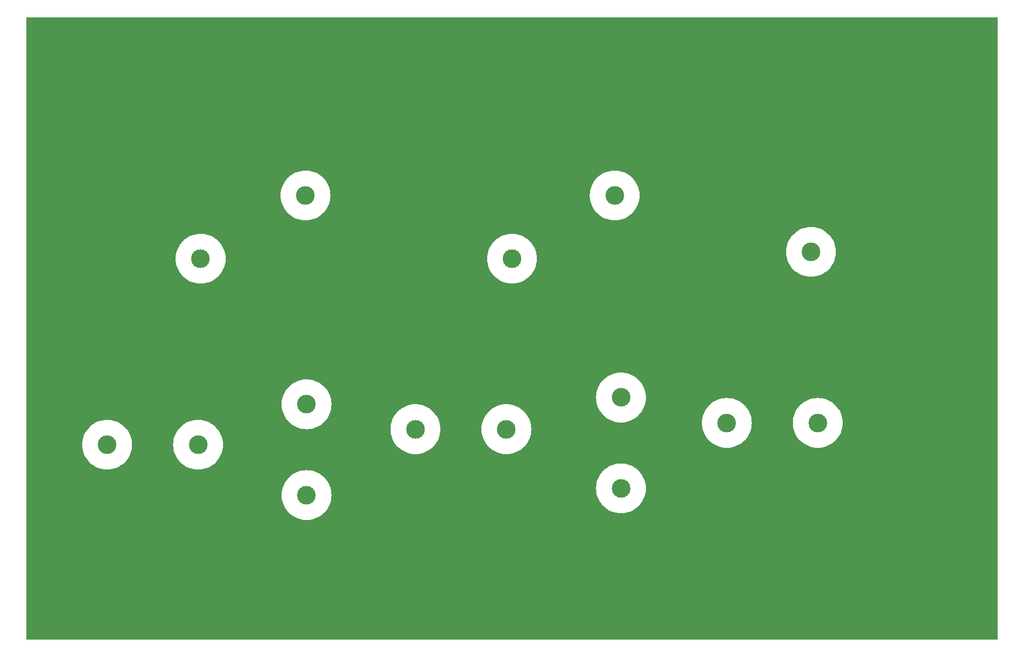
<source format=gbr>
%TF.GenerationSoftware,KiCad,Pcbnew,8.0.6-8.0.6-0~ubuntu24.04.1*%
%TF.CreationDate,2024-10-28T17:30:22+01:00*%
%TF.ProjectId,diplexer,6469706c-6578-4657-922e-6b696361645f,rev?*%
%TF.SameCoordinates,Original*%
%TF.FileFunction,Copper,L2,Bot*%
%TF.FilePolarity,Positive*%
%FSLAX46Y46*%
G04 Gerber Fmt 4.6, Leading zero omitted, Abs format (unit mm)*
G04 Created by KiCad (PCBNEW 8.0.6-8.0.6-0~ubuntu24.04.1) date 2024-10-28 17:30:22*
%MOMM*%
%LPD*%
G01*
G04 APERTURE LIST*
%TA.AperFunction,ComponentPad*%
%ADD10C,3.000000*%
%TD*%
%TA.AperFunction,ComponentPad*%
%ADD11C,5.600000*%
%TD*%
%TA.AperFunction,ViaPad*%
%ADD12C,0.600000*%
%TD*%
G04 APERTURE END LIST*
D10*
%TO.P,L10,1,1*%
%TO.N,Net-(J1-In)*%
X45487500Y-98000000D03*
%TO.P,L10,2,2*%
%TO.N,Net-(C16-Pad1)*%
X60087500Y-98000000D03*
%TD*%
D11*
%TO.P,J5,1,Pin_1*%
%TO.N,GND*%
X36500000Y-47500000D03*
%TD*%
D10*
%TO.P,L2,1,1*%
%TO.N,Net-(C12-Pad2)*%
X77340000Y-57940000D03*
%TO.P,L2,2,2*%
%TO.N,GND*%
X91940000Y-57940000D03*
%TD*%
%TO.P,L4,1,1*%
%TO.N,Net-(C14-Pad2)*%
X126987500Y-57940000D03*
%TO.P,L4,2,2*%
%TO.N,GND*%
X141587500Y-57940000D03*
%TD*%
%TO.P,L6,1,1*%
%TO.N,Net-(C19-Pad1)*%
X144987500Y-94500000D03*
%TO.P,L6,2,2*%
%TO.N,Net-(J3-In)*%
X159587500Y-94500000D03*
%TD*%
D11*
%TO.P,J7,1,Pin_1*%
%TO.N,GND*%
X185500000Y-47500000D03*
%TD*%
D10*
%TO.P,L7,1,1*%
%TO.N,Net-(C18-Pad1)*%
X128000000Y-105012500D03*
%TO.P,L7,2,2*%
%TO.N,Net-(C19-Pad1)*%
X128000000Y-90412500D03*
%TD*%
%TO.P,L9,1,1*%
%TO.N,Net-(C16-Pad1)*%
X77500000Y-106100000D03*
%TO.P,L9,2,2*%
%TO.N,Net-(C17-Pad1)*%
X77500000Y-91500000D03*
%TD*%
D11*
%TO.P,J11,1,Pin_1*%
%TO.N,GND*%
X185500000Y-79500000D03*
%TD*%
%TO.P,J10,1,Pin_1*%
%TO.N,GND*%
X134500000Y-79500000D03*
%TD*%
%TO.P,J8,1,Pin_1*%
%TO.N,GND*%
X50500000Y-79500000D03*
%TD*%
D10*
%TO.P,L8,1,1*%
%TO.N,Net-(C17-Pad1)*%
X94987500Y-95500000D03*
%TO.P,L8,2,2*%
%TO.N,Net-(C18-Pad1)*%
X109587500Y-95500000D03*
%TD*%
%TO.P,L1,1,1*%
%TO.N,Net-(C1-Pad2)*%
X60500000Y-68100000D03*
%TO.P,L1,2,2*%
%TO.N,GND*%
X60500000Y-53500000D03*
%TD*%
D11*
%TO.P,J6,1,Pin_1*%
%TO.N,GND*%
X185500000Y-111500000D03*
%TD*%
D10*
%TO.P,L5,1,1*%
%TO.N,Net-(J2-In)*%
X158500000Y-67012500D03*
%TO.P,L5,2,2*%
%TO.N,GND*%
X158500000Y-52412500D03*
%TD*%
%TO.P,L3,1,1*%
%TO.N,Net-(C13-Pad2)*%
X110500000Y-68100000D03*
%TO.P,L3,2,2*%
%TO.N,GND*%
X110500000Y-53500000D03*
%TD*%
D11*
%TO.P,J4,1,Pin_1*%
%TO.N,GND*%
X36500000Y-111500000D03*
%TD*%
%TO.P,J9,1,Pin_1*%
%TO.N,GND*%
X96500000Y-79500000D03*
%TD*%
D12*
%TO.N,GND*%
X85000000Y-110000000D03*
X80000000Y-45000000D03*
X80000000Y-85000000D03*
X115000000Y-85000000D03*
X170000000Y-75000000D03*
X60000000Y-110000000D03*
X130000000Y-110000000D03*
X65000000Y-45000000D03*
X95000000Y-75000000D03*
X155000000Y-45000000D03*
X100000000Y-110000000D03*
X75000000Y-85000000D03*
X85000000Y-85000000D03*
X75000000Y-85000000D03*
X90000000Y-85000000D03*
X50000000Y-110000000D03*
X150000000Y-45000000D03*
X125000000Y-75000000D03*
X145000000Y-75000000D03*
X110000000Y-85000000D03*
X90000000Y-110000000D03*
X150000000Y-85000000D03*
X175000000Y-85000000D03*
X135000000Y-45000000D03*
X120000000Y-75000000D03*
X115000000Y-110000000D03*
X70000000Y-75000000D03*
X135000000Y-85000000D03*
X60000000Y-45000000D03*
X120000000Y-45000000D03*
X140000000Y-45000000D03*
X105000000Y-75000000D03*
X75000000Y-110000000D03*
X110000000Y-75000000D03*
X150000000Y-110000000D03*
X100000000Y-85000000D03*
X95000000Y-45000000D03*
X75000000Y-45000000D03*
X175000000Y-75000000D03*
X145000000Y-110000000D03*
X85000000Y-45000000D03*
X120000000Y-110000000D03*
X65000000Y-75000000D03*
X130000000Y-45000000D03*
X145000000Y-85000000D03*
X165000000Y-110000000D03*
X160000000Y-45000000D03*
X55000000Y-45000000D03*
X125000000Y-110000000D03*
X130000000Y-85000000D03*
X65000000Y-85000000D03*
X120000000Y-85000000D03*
X115000000Y-75000000D03*
X140000000Y-110000000D03*
X125000000Y-85000000D03*
X135000000Y-110000000D03*
X50000000Y-45000000D03*
X55000000Y-75000000D03*
X165000000Y-75000000D03*
X70000000Y-110000000D03*
X155000000Y-75000000D03*
X55000000Y-110000000D03*
X145000000Y-45000000D03*
X105000000Y-45000000D03*
X115000000Y-45000000D03*
X60000000Y-75000000D03*
X105000000Y-85000000D03*
X170000000Y-110000000D03*
X50000000Y-75000000D03*
X110000000Y-45000000D03*
X45000000Y-45000000D03*
X95000000Y-110000000D03*
X105000000Y-110000000D03*
X155000000Y-85000000D03*
X90000000Y-75000000D03*
X160000000Y-110000000D03*
X65000000Y-110000000D03*
X140000000Y-75000000D03*
X165000000Y-45000000D03*
X180000000Y-45000000D03*
X140000000Y-85000000D03*
X150000000Y-75000000D03*
X180000000Y-85000000D03*
X50000000Y-85000000D03*
X130000000Y-75000000D03*
X125000000Y-45000000D03*
X100000000Y-75000000D03*
X70000000Y-45000000D03*
X180000000Y-75000000D03*
X95000000Y-85000000D03*
X135000000Y-75000000D03*
X170000000Y-85000000D03*
X60000000Y-85000000D03*
X155000000Y-110000000D03*
X175000000Y-110000000D03*
X170000000Y-45000000D03*
X180000000Y-110000000D03*
X110000000Y-110000000D03*
X160000000Y-85000000D03*
X85000000Y-75000000D03*
X55000000Y-85000000D03*
X175000000Y-45000000D03*
X70000000Y-85000000D03*
X75000000Y-75000000D03*
X80000000Y-110000000D03*
X90000000Y-45000000D03*
X160000000Y-75000000D03*
X165000000Y-85000000D03*
X80000000Y-75000000D03*
X100000000Y-45000000D03*
%TD*%
%TA.AperFunction,Conductor*%
%TO.N,GND*%
G36*
X188442539Y-29320185D02*
G01*
X188488294Y-29372989D01*
X188499500Y-29424500D01*
X188499500Y-129175500D01*
X188479815Y-129242539D01*
X188427011Y-129288294D01*
X188375500Y-129299500D01*
X32624500Y-129299500D01*
X32557461Y-129279815D01*
X32511706Y-129227011D01*
X32500500Y-129175500D01*
X32500500Y-106100000D01*
X73494675Y-106100000D01*
X73513962Y-106492591D01*
X73513962Y-106492597D01*
X73513963Y-106492599D01*
X73571637Y-106881406D01*
X73667143Y-107262684D01*
X73799561Y-107632770D01*
X73799562Y-107632772D01*
X73967620Y-107988100D01*
X74039877Y-108108653D01*
X74169694Y-108325239D01*
X74182723Y-108342807D01*
X74403846Y-108640956D01*
X74667807Y-108932192D01*
X74959043Y-109196153D01*
X74959049Y-109196158D01*
X75274761Y-109430306D01*
X75274763Y-109430307D01*
X75611899Y-109632379D01*
X75611902Y-109632380D01*
X75611903Y-109632381D01*
X75967228Y-109800438D01*
X76337316Y-109932857D01*
X76718600Y-110028364D01*
X77107409Y-110086038D01*
X77500000Y-110105325D01*
X77892591Y-110086038D01*
X78281400Y-110028364D01*
X78662684Y-109932857D01*
X79032772Y-109800438D01*
X79388097Y-109632381D01*
X79725239Y-109430306D01*
X80040951Y-109196158D01*
X80332192Y-108932192D01*
X80596158Y-108640951D01*
X80830306Y-108325239D01*
X81032381Y-107988097D01*
X81200438Y-107632772D01*
X81332857Y-107262684D01*
X81428364Y-106881400D01*
X81486038Y-106492591D01*
X81505325Y-106100000D01*
X81486038Y-105707409D01*
X81428364Y-105318600D01*
X81351690Y-105012500D01*
X123994675Y-105012500D01*
X124013962Y-105405091D01*
X124013962Y-105405097D01*
X124013963Y-105405099D01*
X124071637Y-105793906D01*
X124167143Y-106175184D01*
X124299561Y-106545270D01*
X124299562Y-106545272D01*
X124467620Y-106900600D01*
X124669692Y-107237736D01*
X124669694Y-107237739D01*
X124688194Y-107262684D01*
X124903846Y-107553456D01*
X125167807Y-107844692D01*
X125459043Y-108108653D01*
X125459049Y-108108658D01*
X125774761Y-108342806D01*
X125774763Y-108342807D01*
X126111899Y-108544879D01*
X126111902Y-108544880D01*
X126111903Y-108544881D01*
X126467228Y-108712938D01*
X126837316Y-108845357D01*
X127218600Y-108940864D01*
X127607409Y-108998538D01*
X128000000Y-109017825D01*
X128392591Y-108998538D01*
X128781400Y-108940864D01*
X129162684Y-108845357D01*
X129532772Y-108712938D01*
X129888097Y-108544881D01*
X130225239Y-108342806D01*
X130540951Y-108108658D01*
X130832192Y-107844692D01*
X131096158Y-107553451D01*
X131330306Y-107237739D01*
X131532381Y-106900597D01*
X131700438Y-106545272D01*
X131832857Y-106175184D01*
X131928364Y-105793900D01*
X131986038Y-105405091D01*
X132005325Y-105012500D01*
X131986038Y-104619909D01*
X131928364Y-104231100D01*
X131832857Y-103849816D01*
X131700438Y-103479728D01*
X131532381Y-103124403D01*
X131330306Y-102787261D01*
X131096158Y-102471549D01*
X131030912Y-102399561D01*
X130832192Y-102180307D01*
X130540956Y-101916346D01*
X130428384Y-101832857D01*
X130225239Y-101682194D01*
X130225236Y-101682192D01*
X129888100Y-101480120D01*
X129532772Y-101312062D01*
X129532770Y-101312061D01*
X129162684Y-101179643D01*
X128781406Y-101084137D01*
X128781401Y-101084136D01*
X128781400Y-101084136D01*
X128637256Y-101062754D01*
X128392599Y-101026463D01*
X128392597Y-101026462D01*
X128392591Y-101026462D01*
X128000000Y-101007175D01*
X127607409Y-101026462D01*
X127607403Y-101026462D01*
X127607400Y-101026463D01*
X127218593Y-101084137D01*
X126837315Y-101179643D01*
X126467229Y-101312061D01*
X126467227Y-101312062D01*
X126111899Y-101480120D01*
X125774763Y-101682192D01*
X125459043Y-101916346D01*
X125167807Y-102180307D01*
X124903846Y-102471543D01*
X124669692Y-102787263D01*
X124467620Y-103124399D01*
X124299562Y-103479727D01*
X124299561Y-103479729D01*
X124167143Y-103849815D01*
X124071637Y-104231093D01*
X124021777Y-104567227D01*
X124013962Y-104619909D01*
X123994675Y-105012500D01*
X81351690Y-105012500D01*
X81332857Y-104937316D01*
X81200438Y-104567228D01*
X81032381Y-104211903D01*
X80830306Y-103874761D01*
X80596158Y-103559049D01*
X80596153Y-103559043D01*
X80332192Y-103267807D01*
X80040956Y-103003846D01*
X79725236Y-102769692D01*
X79388100Y-102567620D01*
X79032772Y-102399562D01*
X79032770Y-102399561D01*
X78662684Y-102267143D01*
X78281406Y-102171637D01*
X78281401Y-102171636D01*
X78281400Y-102171636D01*
X78137256Y-102150254D01*
X77892599Y-102113963D01*
X77892597Y-102113962D01*
X77892591Y-102113962D01*
X77500000Y-102094675D01*
X77107409Y-102113962D01*
X77107403Y-102113962D01*
X77107400Y-102113963D01*
X76718593Y-102171637D01*
X76337315Y-102267143D01*
X75967229Y-102399561D01*
X75967227Y-102399562D01*
X75611899Y-102567620D01*
X75274763Y-102769692D01*
X74959043Y-103003846D01*
X74667807Y-103267807D01*
X74403846Y-103559043D01*
X74169692Y-103874763D01*
X73967620Y-104211899D01*
X73799562Y-104567227D01*
X73799561Y-104567229D01*
X73667143Y-104937315D01*
X73571637Y-105318593D01*
X73571636Y-105318600D01*
X73513962Y-105707409D01*
X73494675Y-106100000D01*
X32500500Y-106100000D01*
X32500500Y-98000000D01*
X41482175Y-98000000D01*
X41501462Y-98392591D01*
X41501462Y-98392597D01*
X41501463Y-98392599D01*
X41559137Y-98781406D01*
X41654643Y-99162684D01*
X41787061Y-99532770D01*
X41787062Y-99532772D01*
X41955120Y-99888100D01*
X42157192Y-100225236D01*
X42391346Y-100540956D01*
X42655307Y-100832192D01*
X42946543Y-101096153D01*
X42946549Y-101096158D01*
X43262261Y-101330306D01*
X43262263Y-101330307D01*
X43599399Y-101532379D01*
X43599402Y-101532380D01*
X43599403Y-101532381D01*
X43954728Y-101700438D01*
X44324816Y-101832857D01*
X44706100Y-101928364D01*
X45094909Y-101986038D01*
X45487500Y-102005325D01*
X45880091Y-101986038D01*
X46268900Y-101928364D01*
X46650184Y-101832857D01*
X47020272Y-101700438D01*
X47375597Y-101532381D01*
X47712739Y-101330306D01*
X48028451Y-101096158D01*
X48319692Y-100832192D01*
X48583658Y-100540951D01*
X48817806Y-100225239D01*
X49019881Y-99888097D01*
X49187938Y-99532772D01*
X49320357Y-99162684D01*
X49415864Y-98781400D01*
X49473538Y-98392591D01*
X49492825Y-98000000D01*
X56082175Y-98000000D01*
X56101462Y-98392591D01*
X56101462Y-98392597D01*
X56101463Y-98392599D01*
X56159137Y-98781406D01*
X56254643Y-99162684D01*
X56387061Y-99532770D01*
X56387062Y-99532772D01*
X56555120Y-99888100D01*
X56757192Y-100225236D01*
X56991346Y-100540956D01*
X57255307Y-100832192D01*
X57546543Y-101096153D01*
X57546549Y-101096158D01*
X57862261Y-101330306D01*
X57862263Y-101330307D01*
X58199399Y-101532379D01*
X58199402Y-101532380D01*
X58199403Y-101532381D01*
X58554728Y-101700438D01*
X58924816Y-101832857D01*
X59306100Y-101928364D01*
X59694909Y-101986038D01*
X60087500Y-102005325D01*
X60480091Y-101986038D01*
X60868900Y-101928364D01*
X61250184Y-101832857D01*
X61620272Y-101700438D01*
X61975597Y-101532381D01*
X62312739Y-101330306D01*
X62628451Y-101096158D01*
X62919692Y-100832192D01*
X63183658Y-100540951D01*
X63417806Y-100225239D01*
X63619881Y-99888097D01*
X63787938Y-99532772D01*
X63920357Y-99162684D01*
X64015864Y-98781400D01*
X64073538Y-98392591D01*
X64092825Y-98000000D01*
X64073538Y-97607409D01*
X64015864Y-97218600D01*
X63920357Y-96837316D01*
X63787938Y-96467228D01*
X63619881Y-96111903D01*
X63417806Y-95774761D01*
X63183658Y-95459049D01*
X63155845Y-95428362D01*
X62919692Y-95167807D01*
X62628456Y-94903846D01*
X62613291Y-94892599D01*
X62312739Y-94669694D01*
X62190052Y-94596158D01*
X61975600Y-94467620D01*
X61620272Y-94299562D01*
X61620270Y-94299561D01*
X61250184Y-94167143D01*
X60868906Y-94071637D01*
X60868901Y-94071636D01*
X60868900Y-94071636D01*
X60662071Y-94040956D01*
X60480099Y-94013963D01*
X60480097Y-94013962D01*
X60480091Y-94013962D01*
X60087500Y-93994675D01*
X59694909Y-94013962D01*
X59694903Y-94013962D01*
X59694900Y-94013963D01*
X59306093Y-94071637D01*
X58924815Y-94167143D01*
X58554729Y-94299561D01*
X58554727Y-94299562D01*
X58199399Y-94467620D01*
X57862263Y-94669692D01*
X57546543Y-94903846D01*
X57255307Y-95167807D01*
X56991346Y-95459043D01*
X56757192Y-95774763D01*
X56555120Y-96111899D01*
X56387062Y-96467227D01*
X56387061Y-96467229D01*
X56254643Y-96837315D01*
X56159137Y-97218593D01*
X56103132Y-97596153D01*
X56101462Y-97607409D01*
X56082175Y-98000000D01*
X49492825Y-98000000D01*
X49473538Y-97607409D01*
X49415864Y-97218600D01*
X49320357Y-96837316D01*
X49187938Y-96467228D01*
X49019881Y-96111903D01*
X48817806Y-95774761D01*
X48583658Y-95459049D01*
X48555845Y-95428362D01*
X48319692Y-95167807D01*
X48028456Y-94903846D01*
X48013291Y-94892599D01*
X47712739Y-94669694D01*
X47590052Y-94596158D01*
X47375600Y-94467620D01*
X47020272Y-94299562D01*
X47020270Y-94299561D01*
X46650184Y-94167143D01*
X46268906Y-94071637D01*
X46268901Y-94071636D01*
X46268900Y-94071636D01*
X46062071Y-94040956D01*
X45880099Y-94013963D01*
X45880097Y-94013962D01*
X45880091Y-94013962D01*
X45487500Y-93994675D01*
X45094909Y-94013962D01*
X45094903Y-94013962D01*
X45094900Y-94013963D01*
X44706093Y-94071637D01*
X44324815Y-94167143D01*
X43954729Y-94299561D01*
X43954727Y-94299562D01*
X43599399Y-94467620D01*
X43262263Y-94669692D01*
X42946543Y-94903846D01*
X42655307Y-95167807D01*
X42391346Y-95459043D01*
X42157192Y-95774763D01*
X41955120Y-96111899D01*
X41787062Y-96467227D01*
X41787061Y-96467229D01*
X41654643Y-96837315D01*
X41559137Y-97218593D01*
X41503132Y-97596153D01*
X41501462Y-97607409D01*
X41482175Y-98000000D01*
X32500500Y-98000000D01*
X32500500Y-91500000D01*
X73494675Y-91500000D01*
X73513962Y-91892591D01*
X73513962Y-91892597D01*
X73513963Y-91892599D01*
X73571637Y-92281406D01*
X73667143Y-92662684D01*
X73799561Y-93032770D01*
X73799562Y-93032772D01*
X73967620Y-93388100D01*
X74165715Y-93718600D01*
X74169694Y-93725239D01*
X74383826Y-94013963D01*
X74403846Y-94040956D01*
X74667807Y-94332192D01*
X74817228Y-94467619D01*
X74959049Y-94596158D01*
X75274761Y-94830306D01*
X75274763Y-94830307D01*
X75611899Y-95032379D01*
X75611902Y-95032380D01*
X75611903Y-95032381D01*
X75967228Y-95200438D01*
X76337316Y-95332857D01*
X76718600Y-95428364D01*
X77107409Y-95486038D01*
X77500000Y-95505325D01*
X77608392Y-95500000D01*
X90982175Y-95500000D01*
X91001462Y-95892591D01*
X91001462Y-95892597D01*
X91001463Y-95892599D01*
X91059137Y-96281406D01*
X91154643Y-96662684D01*
X91287061Y-97032770D01*
X91287062Y-97032772D01*
X91455120Y-97388100D01*
X91657192Y-97725236D01*
X91891346Y-98040956D01*
X92155307Y-98332192D01*
X92346329Y-98505324D01*
X92446549Y-98596158D01*
X92762261Y-98830306D01*
X92762263Y-98830307D01*
X93099399Y-99032379D01*
X93099402Y-99032380D01*
X93099403Y-99032381D01*
X93454728Y-99200438D01*
X93824816Y-99332857D01*
X94206100Y-99428364D01*
X94594909Y-99486038D01*
X94987500Y-99505325D01*
X95380091Y-99486038D01*
X95768900Y-99428364D01*
X96150184Y-99332857D01*
X96520272Y-99200438D01*
X96875597Y-99032381D01*
X97212739Y-98830306D01*
X97528451Y-98596158D01*
X97819692Y-98332192D01*
X98083658Y-98040951D01*
X98317806Y-97725239D01*
X98519881Y-97388097D01*
X98687938Y-97032772D01*
X98820357Y-96662684D01*
X98915864Y-96281400D01*
X98973538Y-95892591D01*
X98992825Y-95500000D01*
X105582175Y-95500000D01*
X105601462Y-95892591D01*
X105601462Y-95892597D01*
X105601463Y-95892599D01*
X105659137Y-96281406D01*
X105754643Y-96662684D01*
X105887061Y-97032770D01*
X105887062Y-97032772D01*
X106055120Y-97388100D01*
X106257192Y-97725236D01*
X106491346Y-98040956D01*
X106755307Y-98332192D01*
X106946329Y-98505324D01*
X107046549Y-98596158D01*
X107362261Y-98830306D01*
X107362263Y-98830307D01*
X107699399Y-99032379D01*
X107699402Y-99032380D01*
X107699403Y-99032381D01*
X108054728Y-99200438D01*
X108424816Y-99332857D01*
X108806100Y-99428364D01*
X109194909Y-99486038D01*
X109587500Y-99505325D01*
X109980091Y-99486038D01*
X110368900Y-99428364D01*
X110750184Y-99332857D01*
X111120272Y-99200438D01*
X111475597Y-99032381D01*
X111812739Y-98830306D01*
X112128451Y-98596158D01*
X112419692Y-98332192D01*
X112683658Y-98040951D01*
X112917806Y-97725239D01*
X113119881Y-97388097D01*
X113287938Y-97032772D01*
X113420357Y-96662684D01*
X113515864Y-96281400D01*
X113573538Y-95892591D01*
X113592825Y-95500000D01*
X113573538Y-95107409D01*
X113515864Y-94718600D01*
X113461107Y-94500000D01*
X140982175Y-94500000D01*
X141001462Y-94892591D01*
X141001462Y-94892597D01*
X141001463Y-94892599D01*
X141022197Y-95032379D01*
X141047126Y-95200438D01*
X141059137Y-95281406D01*
X141154643Y-95662684D01*
X141287061Y-96032770D01*
X141287062Y-96032772D01*
X141455120Y-96388100D01*
X141657192Y-96725236D01*
X141891346Y-97040956D01*
X142155307Y-97332192D01*
X142446543Y-97596153D01*
X142446549Y-97596158D01*
X142762261Y-97830306D01*
X142762263Y-97830307D01*
X143099399Y-98032379D01*
X143099402Y-98032380D01*
X143099403Y-98032381D01*
X143454728Y-98200438D01*
X143824816Y-98332857D01*
X144206100Y-98428364D01*
X144594909Y-98486038D01*
X144987500Y-98505325D01*
X145380091Y-98486038D01*
X145768900Y-98428364D01*
X146150184Y-98332857D01*
X146520272Y-98200438D01*
X146875597Y-98032381D01*
X147212739Y-97830306D01*
X147528451Y-97596158D01*
X147819692Y-97332192D01*
X148083658Y-97040951D01*
X148317806Y-96725239D01*
X148519881Y-96388097D01*
X148687938Y-96032772D01*
X148820357Y-95662684D01*
X148915864Y-95281400D01*
X148973538Y-94892591D01*
X148992825Y-94500000D01*
X155582175Y-94500000D01*
X155601462Y-94892591D01*
X155601462Y-94892597D01*
X155601463Y-94892599D01*
X155622197Y-95032379D01*
X155647126Y-95200438D01*
X155659137Y-95281406D01*
X155754643Y-95662684D01*
X155887061Y-96032770D01*
X155887062Y-96032772D01*
X156055120Y-96388100D01*
X156257192Y-96725236D01*
X156491346Y-97040956D01*
X156755307Y-97332192D01*
X157046543Y-97596153D01*
X157046549Y-97596158D01*
X157362261Y-97830306D01*
X157362263Y-97830307D01*
X157699399Y-98032379D01*
X157699402Y-98032380D01*
X157699403Y-98032381D01*
X158054728Y-98200438D01*
X158424816Y-98332857D01*
X158806100Y-98428364D01*
X159194909Y-98486038D01*
X159587500Y-98505325D01*
X159980091Y-98486038D01*
X160368900Y-98428364D01*
X160750184Y-98332857D01*
X161120272Y-98200438D01*
X161475597Y-98032381D01*
X161812739Y-97830306D01*
X162128451Y-97596158D01*
X162419692Y-97332192D01*
X162683658Y-97040951D01*
X162917806Y-96725239D01*
X163119881Y-96388097D01*
X163287938Y-96032772D01*
X163420357Y-95662684D01*
X163515864Y-95281400D01*
X163573538Y-94892591D01*
X163592825Y-94500000D01*
X163573538Y-94107409D01*
X163515864Y-93718600D01*
X163420357Y-93337316D01*
X163287938Y-92967228D01*
X163119881Y-92611903D01*
X162917806Y-92274761D01*
X162683658Y-91959049D01*
X162683653Y-91959043D01*
X162419692Y-91667807D01*
X162128456Y-91403846D01*
X161812736Y-91169692D01*
X161475600Y-90967620D01*
X161120272Y-90799562D01*
X161120270Y-90799561D01*
X160750184Y-90667143D01*
X160368906Y-90571637D01*
X160368901Y-90571636D01*
X160368900Y-90571636D01*
X160224756Y-90550254D01*
X159980099Y-90513963D01*
X159980097Y-90513962D01*
X159980091Y-90513962D01*
X159587500Y-90494675D01*
X159194909Y-90513962D01*
X159194903Y-90513962D01*
X159194900Y-90513963D01*
X158806093Y-90571637D01*
X158424815Y-90667143D01*
X158054729Y-90799561D01*
X158054727Y-90799562D01*
X157699399Y-90967620D01*
X157362263Y-91169692D01*
X157046543Y-91403846D01*
X156755307Y-91667807D01*
X156491346Y-91959043D01*
X156257192Y-92274763D01*
X156055120Y-92611899D01*
X155887062Y-92967227D01*
X155887061Y-92967229D01*
X155754643Y-93337315D01*
X155659137Y-93718593D01*
X155622256Y-93967229D01*
X155601462Y-94107409D01*
X155582175Y-94500000D01*
X148992825Y-94500000D01*
X148973538Y-94107409D01*
X148915864Y-93718600D01*
X148820357Y-93337316D01*
X148687938Y-92967228D01*
X148519881Y-92611903D01*
X148317806Y-92274761D01*
X148083658Y-91959049D01*
X148083653Y-91959043D01*
X147819692Y-91667807D01*
X147528456Y-91403846D01*
X147212736Y-91169692D01*
X146875600Y-90967620D01*
X146520272Y-90799562D01*
X146520270Y-90799561D01*
X146150184Y-90667143D01*
X145768906Y-90571637D01*
X145768901Y-90571636D01*
X145768900Y-90571636D01*
X145624756Y-90550254D01*
X145380099Y-90513963D01*
X145380097Y-90513962D01*
X145380091Y-90513962D01*
X144987500Y-90494675D01*
X144594909Y-90513962D01*
X144594903Y-90513962D01*
X144594900Y-90513963D01*
X144206093Y-90571637D01*
X143824815Y-90667143D01*
X143454729Y-90799561D01*
X143454727Y-90799562D01*
X143099399Y-90967620D01*
X142762263Y-91169692D01*
X142446543Y-91403846D01*
X142155307Y-91667807D01*
X141891346Y-91959043D01*
X141657192Y-92274763D01*
X141455120Y-92611899D01*
X141287062Y-92967227D01*
X141287061Y-92967229D01*
X141154643Y-93337315D01*
X141059137Y-93718593D01*
X141022256Y-93967229D01*
X141001462Y-94107409D01*
X140982175Y-94500000D01*
X113461107Y-94500000D01*
X113420357Y-94337316D01*
X113287938Y-93967228D01*
X113119881Y-93611903D01*
X113057998Y-93508658D01*
X112917807Y-93274763D01*
X112895505Y-93244692D01*
X112683658Y-92959049D01*
X112678589Y-92953456D01*
X112419692Y-92667807D01*
X112128456Y-92403846D01*
X111812736Y-92169692D01*
X111475600Y-91967620D01*
X111120272Y-91799562D01*
X111120270Y-91799561D01*
X110750184Y-91667143D01*
X110368906Y-91571637D01*
X110368901Y-91571636D01*
X110368900Y-91571636D01*
X110224756Y-91550254D01*
X109980099Y-91513963D01*
X109980097Y-91513962D01*
X109980091Y-91513962D01*
X109587500Y-91494675D01*
X109194909Y-91513962D01*
X109194903Y-91513962D01*
X109194900Y-91513963D01*
X108806093Y-91571637D01*
X108424815Y-91667143D01*
X108054729Y-91799561D01*
X108054727Y-91799562D01*
X107699399Y-91967620D01*
X107362263Y-92169692D01*
X107046543Y-92403846D01*
X106755307Y-92667807D01*
X106491346Y-92959043D01*
X106257192Y-93274763D01*
X106055120Y-93611899D01*
X105887062Y-93967227D01*
X105887061Y-93967229D01*
X105754643Y-94337315D01*
X105659137Y-94718593D01*
X105612592Y-95032379D01*
X105601462Y-95107409D01*
X105582175Y-95500000D01*
X98992825Y-95500000D01*
X98973538Y-95107409D01*
X98915864Y-94718600D01*
X98820357Y-94337316D01*
X98687938Y-93967228D01*
X98519881Y-93611903D01*
X98457998Y-93508658D01*
X98317807Y-93274763D01*
X98295505Y-93244692D01*
X98083658Y-92959049D01*
X98078589Y-92953456D01*
X97819692Y-92667807D01*
X97528456Y-92403846D01*
X97212736Y-92169692D01*
X96875600Y-91967620D01*
X96520272Y-91799562D01*
X96520270Y-91799561D01*
X96150184Y-91667143D01*
X95768906Y-91571637D01*
X95768901Y-91571636D01*
X95768900Y-91571636D01*
X95624756Y-91550254D01*
X95380099Y-91513963D01*
X95380097Y-91513962D01*
X95380091Y-91513962D01*
X94987500Y-91494675D01*
X94594909Y-91513962D01*
X94594903Y-91513962D01*
X94594900Y-91513963D01*
X94206093Y-91571637D01*
X93824815Y-91667143D01*
X93454729Y-91799561D01*
X93454727Y-91799562D01*
X93099399Y-91967620D01*
X92762263Y-92169692D01*
X92446543Y-92403846D01*
X92155307Y-92667807D01*
X91891346Y-92959043D01*
X91657192Y-93274763D01*
X91455120Y-93611899D01*
X91287062Y-93967227D01*
X91287061Y-93967229D01*
X91154643Y-94337315D01*
X91059137Y-94718593D01*
X91012592Y-95032379D01*
X91001462Y-95107409D01*
X90982175Y-95500000D01*
X77608392Y-95500000D01*
X77892591Y-95486038D01*
X78281400Y-95428364D01*
X78662684Y-95332857D01*
X79032772Y-95200438D01*
X79388097Y-95032381D01*
X79725239Y-94830306D01*
X80040951Y-94596158D01*
X80332192Y-94332192D01*
X80596158Y-94040951D01*
X80830306Y-93725239D01*
X81032381Y-93388097D01*
X81200438Y-93032772D01*
X81332857Y-92662684D01*
X81428364Y-92281400D01*
X81486038Y-91892591D01*
X81505325Y-91500000D01*
X81486038Y-91107409D01*
X81428364Y-90718600D01*
X81351690Y-90412500D01*
X123994675Y-90412500D01*
X124013962Y-90805091D01*
X124013962Y-90805097D01*
X124013963Y-90805099D01*
X124071637Y-91193906D01*
X124167143Y-91575184D01*
X124299561Y-91945270D01*
X124299562Y-91945272D01*
X124467620Y-92300600D01*
X124669692Y-92637736D01*
X124669694Y-92637739D01*
X124688194Y-92662684D01*
X124903846Y-92953456D01*
X125167807Y-93244692D01*
X125459043Y-93508653D01*
X125459049Y-93508658D01*
X125774761Y-93742806D01*
X125774763Y-93742807D01*
X126111899Y-93944879D01*
X126111902Y-93944880D01*
X126111903Y-93944881D01*
X126467228Y-94112938D01*
X126837316Y-94245357D01*
X127218600Y-94340864D01*
X127607409Y-94398538D01*
X128000000Y-94417825D01*
X128392591Y-94398538D01*
X128781400Y-94340864D01*
X129162684Y-94245357D01*
X129532772Y-94112938D01*
X129888097Y-93944881D01*
X130225239Y-93742806D01*
X130540951Y-93508658D01*
X130832192Y-93244692D01*
X131096158Y-92953451D01*
X131330306Y-92637739D01*
X131532381Y-92300597D01*
X131700438Y-91945272D01*
X131832857Y-91575184D01*
X131928364Y-91193900D01*
X131986038Y-90805091D01*
X132005325Y-90412500D01*
X131986038Y-90019909D01*
X131928364Y-89631100D01*
X131832857Y-89249816D01*
X131700438Y-88879728D01*
X131532381Y-88524403D01*
X131330306Y-88187261D01*
X131096158Y-87871549D01*
X131030912Y-87799561D01*
X130832192Y-87580307D01*
X130540956Y-87316346D01*
X130225236Y-87082192D01*
X129888100Y-86880120D01*
X129532772Y-86712062D01*
X129532770Y-86712061D01*
X129162684Y-86579643D01*
X128781406Y-86484137D01*
X128781401Y-86484136D01*
X128781400Y-86484136D01*
X128637256Y-86462754D01*
X128392599Y-86426463D01*
X128392597Y-86426462D01*
X128392591Y-86426462D01*
X128000000Y-86407175D01*
X127607409Y-86426462D01*
X127607403Y-86426462D01*
X127607400Y-86426463D01*
X127218593Y-86484137D01*
X126837315Y-86579643D01*
X126467229Y-86712061D01*
X126467227Y-86712062D01*
X126111899Y-86880120D01*
X125774763Y-87082192D01*
X125459043Y-87316346D01*
X125167807Y-87580307D01*
X124903846Y-87871543D01*
X124669692Y-88187263D01*
X124467620Y-88524399D01*
X124299562Y-88879727D01*
X124299561Y-88879729D01*
X124167143Y-89249815D01*
X124071637Y-89631093D01*
X124021777Y-89967227D01*
X124013962Y-90019909D01*
X123994675Y-90412500D01*
X81351690Y-90412500D01*
X81332857Y-90337316D01*
X81200438Y-89967228D01*
X81032381Y-89611903D01*
X80830306Y-89274761D01*
X80596158Y-88959049D01*
X80596153Y-88959043D01*
X80332192Y-88667807D01*
X80040956Y-88403846D01*
X79725236Y-88169692D01*
X79388100Y-87967620D01*
X79032772Y-87799562D01*
X79032770Y-87799561D01*
X78662684Y-87667143D01*
X78281406Y-87571637D01*
X78281401Y-87571636D01*
X78281400Y-87571636D01*
X78137256Y-87550254D01*
X77892599Y-87513963D01*
X77892597Y-87513962D01*
X77892591Y-87513962D01*
X77500000Y-87494675D01*
X77107409Y-87513962D01*
X77107403Y-87513962D01*
X77107400Y-87513963D01*
X76718593Y-87571637D01*
X76337315Y-87667143D01*
X75967229Y-87799561D01*
X75967227Y-87799562D01*
X75611899Y-87967620D01*
X75274763Y-88169692D01*
X74959043Y-88403846D01*
X74667807Y-88667807D01*
X74403846Y-88959043D01*
X74169692Y-89274763D01*
X73967620Y-89611899D01*
X73799562Y-89967227D01*
X73799561Y-89967229D01*
X73667143Y-90337315D01*
X73571637Y-90718593D01*
X73534698Y-90967620D01*
X73513962Y-91107409D01*
X73494675Y-91500000D01*
X32500500Y-91500000D01*
X32500500Y-68100000D01*
X56494675Y-68100000D01*
X56513962Y-68492591D01*
X56513962Y-68492597D01*
X56513963Y-68492599D01*
X56571637Y-68881406D01*
X56667143Y-69262684D01*
X56799561Y-69632770D01*
X56799562Y-69632772D01*
X56967620Y-69988100D01*
X57039877Y-70108653D01*
X57169694Y-70325239D01*
X57182723Y-70342807D01*
X57403846Y-70640956D01*
X57667807Y-70932192D01*
X57959043Y-71196153D01*
X57959049Y-71196158D01*
X58274761Y-71430306D01*
X58274763Y-71430307D01*
X58611899Y-71632379D01*
X58611902Y-71632380D01*
X58611903Y-71632381D01*
X58967228Y-71800438D01*
X59337316Y-71932857D01*
X59718600Y-72028364D01*
X60107409Y-72086038D01*
X60500000Y-72105325D01*
X60892591Y-72086038D01*
X61281400Y-72028364D01*
X61662684Y-71932857D01*
X62032772Y-71800438D01*
X62388097Y-71632381D01*
X62725239Y-71430306D01*
X63040951Y-71196158D01*
X63332192Y-70932192D01*
X63596158Y-70640951D01*
X63830306Y-70325239D01*
X64032381Y-69988097D01*
X64200438Y-69632772D01*
X64332857Y-69262684D01*
X64428364Y-68881400D01*
X64486038Y-68492591D01*
X64505325Y-68100000D01*
X106494675Y-68100000D01*
X106513962Y-68492591D01*
X106513962Y-68492597D01*
X106513963Y-68492599D01*
X106571637Y-68881406D01*
X106667143Y-69262684D01*
X106799561Y-69632770D01*
X106799562Y-69632772D01*
X106967620Y-69988100D01*
X107039877Y-70108653D01*
X107169694Y-70325239D01*
X107182723Y-70342807D01*
X107403846Y-70640956D01*
X107667807Y-70932192D01*
X107959043Y-71196153D01*
X107959049Y-71196158D01*
X108274761Y-71430306D01*
X108274763Y-71430307D01*
X108611899Y-71632379D01*
X108611902Y-71632380D01*
X108611903Y-71632381D01*
X108967228Y-71800438D01*
X109337316Y-71932857D01*
X109718600Y-72028364D01*
X110107409Y-72086038D01*
X110500000Y-72105325D01*
X110892591Y-72086038D01*
X111281400Y-72028364D01*
X111662684Y-71932857D01*
X112032772Y-71800438D01*
X112388097Y-71632381D01*
X112725239Y-71430306D01*
X113040951Y-71196158D01*
X113332192Y-70932192D01*
X113596158Y-70640951D01*
X113830306Y-70325239D01*
X114032381Y-69988097D01*
X114200438Y-69632772D01*
X114332857Y-69262684D01*
X114428364Y-68881400D01*
X114486038Y-68492591D01*
X114505325Y-68100000D01*
X114486038Y-67707409D01*
X114428364Y-67318600D01*
X114351690Y-67012500D01*
X154494675Y-67012500D01*
X154513962Y-67405091D01*
X154513962Y-67405097D01*
X154513963Y-67405099D01*
X154571637Y-67793906D01*
X154667143Y-68175184D01*
X154799561Y-68545270D01*
X154799562Y-68545272D01*
X154967620Y-68900600D01*
X155169692Y-69237736D01*
X155169694Y-69237739D01*
X155188194Y-69262684D01*
X155403846Y-69553456D01*
X155667807Y-69844692D01*
X155959043Y-70108653D01*
X155959049Y-70108658D01*
X156274761Y-70342806D01*
X156274763Y-70342807D01*
X156611899Y-70544879D01*
X156611902Y-70544880D01*
X156611903Y-70544881D01*
X156967228Y-70712938D01*
X157337316Y-70845357D01*
X157718600Y-70940864D01*
X158107409Y-70998538D01*
X158500000Y-71017825D01*
X158892591Y-70998538D01*
X159281400Y-70940864D01*
X159662684Y-70845357D01*
X160032772Y-70712938D01*
X160388097Y-70544881D01*
X160725239Y-70342806D01*
X161040951Y-70108658D01*
X161332192Y-69844692D01*
X161596158Y-69553451D01*
X161830306Y-69237739D01*
X162032381Y-68900597D01*
X162200438Y-68545272D01*
X162332857Y-68175184D01*
X162428364Y-67793900D01*
X162486038Y-67405091D01*
X162505325Y-67012500D01*
X162486038Y-66619909D01*
X162428364Y-66231100D01*
X162332857Y-65849816D01*
X162200438Y-65479728D01*
X162032381Y-65124403D01*
X161830306Y-64787261D01*
X161596158Y-64471549D01*
X161530912Y-64399561D01*
X161332192Y-64180307D01*
X161040956Y-63916346D01*
X160725236Y-63682192D01*
X160388100Y-63480120D01*
X160032772Y-63312062D01*
X160032770Y-63312061D01*
X159662684Y-63179643D01*
X159281406Y-63084137D01*
X159281401Y-63084136D01*
X159281400Y-63084136D01*
X159137256Y-63062754D01*
X158892599Y-63026463D01*
X158892597Y-63026462D01*
X158892591Y-63026462D01*
X158500000Y-63007175D01*
X158107409Y-63026462D01*
X158107403Y-63026462D01*
X158107400Y-63026463D01*
X157718593Y-63084137D01*
X157337315Y-63179643D01*
X156967229Y-63312061D01*
X156967227Y-63312062D01*
X156611899Y-63480120D01*
X156274763Y-63682192D01*
X155959043Y-63916346D01*
X155667807Y-64180307D01*
X155403846Y-64471543D01*
X155169692Y-64787263D01*
X154967620Y-65124399D01*
X154799562Y-65479727D01*
X154799561Y-65479729D01*
X154667143Y-65849815D01*
X154571637Y-66231093D01*
X154521777Y-66567227D01*
X154513962Y-66619909D01*
X154494675Y-67012500D01*
X114351690Y-67012500D01*
X114332857Y-66937316D01*
X114200438Y-66567228D01*
X114032381Y-66211903D01*
X113830306Y-65874761D01*
X113596158Y-65559049D01*
X113596153Y-65559043D01*
X113332192Y-65267807D01*
X113040956Y-65003846D01*
X112725236Y-64769692D01*
X112388100Y-64567620D01*
X112032772Y-64399562D01*
X112032770Y-64399561D01*
X111662684Y-64267143D01*
X111281406Y-64171637D01*
X111281401Y-64171636D01*
X111281400Y-64171636D01*
X111137256Y-64150254D01*
X110892599Y-64113963D01*
X110892597Y-64113962D01*
X110892591Y-64113962D01*
X110500000Y-64094675D01*
X110107409Y-64113962D01*
X110107403Y-64113962D01*
X110107400Y-64113963D01*
X109718593Y-64171637D01*
X109337315Y-64267143D01*
X108967229Y-64399561D01*
X108967227Y-64399562D01*
X108611899Y-64567620D01*
X108274763Y-64769692D01*
X107959043Y-65003846D01*
X107667807Y-65267807D01*
X107403846Y-65559043D01*
X107169692Y-65874763D01*
X106967620Y-66211899D01*
X106799562Y-66567227D01*
X106799561Y-66567229D01*
X106667143Y-66937315D01*
X106571637Y-67318593D01*
X106571636Y-67318600D01*
X106513962Y-67707409D01*
X106494675Y-68100000D01*
X64505325Y-68100000D01*
X64486038Y-67707409D01*
X64428364Y-67318600D01*
X64332857Y-66937316D01*
X64200438Y-66567228D01*
X64032381Y-66211903D01*
X63830306Y-65874761D01*
X63596158Y-65559049D01*
X63596153Y-65559043D01*
X63332192Y-65267807D01*
X63040956Y-65003846D01*
X62725236Y-64769692D01*
X62388100Y-64567620D01*
X62032772Y-64399562D01*
X62032770Y-64399561D01*
X61662684Y-64267143D01*
X61281406Y-64171637D01*
X61281401Y-64171636D01*
X61281400Y-64171636D01*
X61137256Y-64150254D01*
X60892599Y-64113963D01*
X60892597Y-64113962D01*
X60892591Y-64113962D01*
X60500000Y-64094675D01*
X60107409Y-64113962D01*
X60107403Y-64113962D01*
X60107400Y-64113963D01*
X59718593Y-64171637D01*
X59337315Y-64267143D01*
X58967229Y-64399561D01*
X58967227Y-64399562D01*
X58611899Y-64567620D01*
X58274763Y-64769692D01*
X57959043Y-65003846D01*
X57667807Y-65267807D01*
X57403846Y-65559043D01*
X57169692Y-65874763D01*
X56967620Y-66211899D01*
X56799562Y-66567227D01*
X56799561Y-66567229D01*
X56667143Y-66937315D01*
X56571637Y-67318593D01*
X56571636Y-67318600D01*
X56513962Y-67707409D01*
X56494675Y-68100000D01*
X32500500Y-68100000D01*
X32500500Y-57940000D01*
X73334675Y-57940000D01*
X73353962Y-58332591D01*
X73353962Y-58332597D01*
X73353963Y-58332599D01*
X73411637Y-58721406D01*
X73507143Y-59102684D01*
X73639561Y-59472770D01*
X73639562Y-59472772D01*
X73807620Y-59828100D01*
X74009692Y-60165236D01*
X74243846Y-60480956D01*
X74507807Y-60772192D01*
X74799043Y-61036153D01*
X74799049Y-61036158D01*
X75114761Y-61270306D01*
X75114763Y-61270307D01*
X75451899Y-61472379D01*
X75451902Y-61472380D01*
X75451903Y-61472381D01*
X75807228Y-61640438D01*
X76177316Y-61772857D01*
X76558600Y-61868364D01*
X76947409Y-61926038D01*
X77340000Y-61945325D01*
X77732591Y-61926038D01*
X78121400Y-61868364D01*
X78502684Y-61772857D01*
X78872772Y-61640438D01*
X79228097Y-61472381D01*
X79565239Y-61270306D01*
X79880951Y-61036158D01*
X80172192Y-60772192D01*
X80436158Y-60480951D01*
X80670306Y-60165239D01*
X80872381Y-59828097D01*
X81040438Y-59472772D01*
X81172857Y-59102684D01*
X81268364Y-58721400D01*
X81326038Y-58332591D01*
X81345325Y-57940000D01*
X122982175Y-57940000D01*
X123001462Y-58332591D01*
X123001462Y-58332597D01*
X123001463Y-58332599D01*
X123059137Y-58721406D01*
X123154643Y-59102684D01*
X123287061Y-59472770D01*
X123287062Y-59472772D01*
X123455120Y-59828100D01*
X123657192Y-60165236D01*
X123891346Y-60480956D01*
X124155307Y-60772192D01*
X124446543Y-61036153D01*
X124446549Y-61036158D01*
X124762261Y-61270306D01*
X124762263Y-61270307D01*
X125099399Y-61472379D01*
X125099402Y-61472380D01*
X125099403Y-61472381D01*
X125454728Y-61640438D01*
X125824816Y-61772857D01*
X126206100Y-61868364D01*
X126594909Y-61926038D01*
X126987500Y-61945325D01*
X127380091Y-61926038D01*
X127768900Y-61868364D01*
X128150184Y-61772857D01*
X128520272Y-61640438D01*
X128875597Y-61472381D01*
X129212739Y-61270306D01*
X129528451Y-61036158D01*
X129819692Y-60772192D01*
X130083658Y-60480951D01*
X130317806Y-60165239D01*
X130519881Y-59828097D01*
X130687938Y-59472772D01*
X130820357Y-59102684D01*
X130915864Y-58721400D01*
X130973538Y-58332591D01*
X130992825Y-57940000D01*
X130973538Y-57547409D01*
X130915864Y-57158600D01*
X130820357Y-56777316D01*
X130687938Y-56407228D01*
X130519881Y-56051903D01*
X130317806Y-55714761D01*
X130083658Y-55399049D01*
X130083653Y-55399043D01*
X129819692Y-55107807D01*
X129528456Y-54843846D01*
X129212736Y-54609692D01*
X128875600Y-54407620D01*
X128520272Y-54239562D01*
X128520270Y-54239561D01*
X128150184Y-54107143D01*
X127768906Y-54011637D01*
X127768901Y-54011636D01*
X127768900Y-54011636D01*
X127624756Y-53990254D01*
X127380099Y-53953963D01*
X127380097Y-53953962D01*
X127380091Y-53953962D01*
X126987500Y-53934675D01*
X126594909Y-53953962D01*
X126594903Y-53953962D01*
X126594900Y-53953963D01*
X126206093Y-54011637D01*
X125824815Y-54107143D01*
X125454729Y-54239561D01*
X125454727Y-54239562D01*
X125099399Y-54407620D01*
X124762263Y-54609692D01*
X124446543Y-54843846D01*
X124155307Y-55107807D01*
X123891346Y-55399043D01*
X123657192Y-55714763D01*
X123455120Y-56051899D01*
X123287062Y-56407227D01*
X123287061Y-56407229D01*
X123154643Y-56777315D01*
X123059137Y-57158593D01*
X123059136Y-57158600D01*
X123001462Y-57547409D01*
X122982175Y-57940000D01*
X81345325Y-57940000D01*
X81326038Y-57547409D01*
X81268364Y-57158600D01*
X81172857Y-56777316D01*
X81040438Y-56407228D01*
X80872381Y-56051903D01*
X80670306Y-55714761D01*
X80436158Y-55399049D01*
X80436153Y-55399043D01*
X80172192Y-55107807D01*
X79880956Y-54843846D01*
X79565236Y-54609692D01*
X79228100Y-54407620D01*
X78872772Y-54239562D01*
X78872770Y-54239561D01*
X78502684Y-54107143D01*
X78121406Y-54011637D01*
X78121401Y-54011636D01*
X78121400Y-54011636D01*
X77977256Y-53990254D01*
X77732599Y-53953963D01*
X77732597Y-53953962D01*
X77732591Y-53953962D01*
X77340000Y-53934675D01*
X76947409Y-53953962D01*
X76947403Y-53953962D01*
X76947400Y-53953963D01*
X76558593Y-54011637D01*
X76177315Y-54107143D01*
X75807229Y-54239561D01*
X75807227Y-54239562D01*
X75451899Y-54407620D01*
X75114763Y-54609692D01*
X74799043Y-54843846D01*
X74507807Y-55107807D01*
X74243846Y-55399043D01*
X74009692Y-55714763D01*
X73807620Y-56051899D01*
X73639562Y-56407227D01*
X73639561Y-56407229D01*
X73507143Y-56777315D01*
X73411637Y-57158593D01*
X73411636Y-57158600D01*
X73353962Y-57547409D01*
X73334675Y-57940000D01*
X32500500Y-57940000D01*
X32500500Y-29424500D01*
X32520185Y-29357461D01*
X32572989Y-29311706D01*
X32624500Y-29300500D01*
X188375500Y-29300500D01*
X188442539Y-29320185D01*
G37*
%TD.AperFunction*%
%TD*%
M02*

</source>
